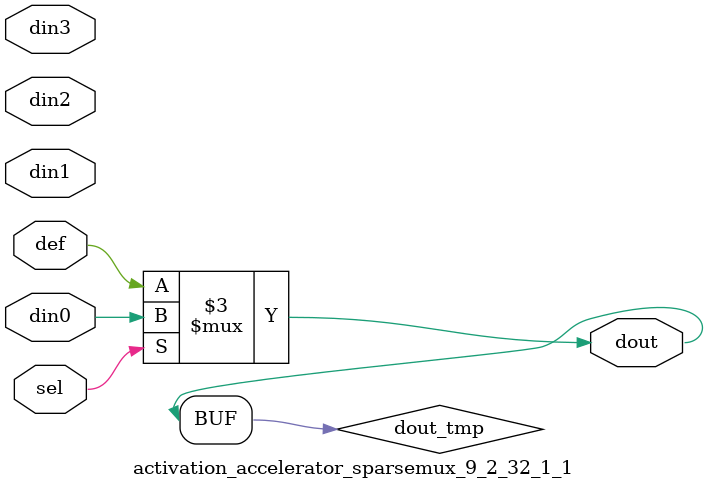
<source format=v>
`timescale 1ns / 1ps

module activation_accelerator_sparsemux_9_2_32_1_1 (din0,din1,din2,din3,def,sel,dout);

parameter din0_WIDTH = 1;

parameter din1_WIDTH = 1;

parameter din2_WIDTH = 1;

parameter din3_WIDTH = 1;

parameter def_WIDTH = 1;
parameter sel_WIDTH = 1;
parameter dout_WIDTH = 1;

parameter [sel_WIDTH-1:0] CASE0 = 1;

parameter [sel_WIDTH-1:0] CASE1 = 1;

parameter [sel_WIDTH-1:0] CASE2 = 1;

parameter [sel_WIDTH-1:0] CASE3 = 1;

parameter ID = 1;
parameter NUM_STAGE = 1;



input [din0_WIDTH-1:0] din0;

input [din1_WIDTH-1:0] din1;

input [din2_WIDTH-1:0] din2;

input [din3_WIDTH-1:0] din3;

input [def_WIDTH-1:0] def;
input [sel_WIDTH-1:0] sel;

output [dout_WIDTH-1:0] dout;



reg [dout_WIDTH-1:0] dout_tmp;


always @ (*) begin
(* parallel_case *) case (sel)
    
    CASE0 : dout_tmp = din0;
    
    CASE1 : dout_tmp = din1;
    
    CASE2 : dout_tmp = din2;
    
    CASE3 : dout_tmp = din3;
    
    default : dout_tmp = def;
endcase
end


assign dout = dout_tmp;



endmodule

</source>
